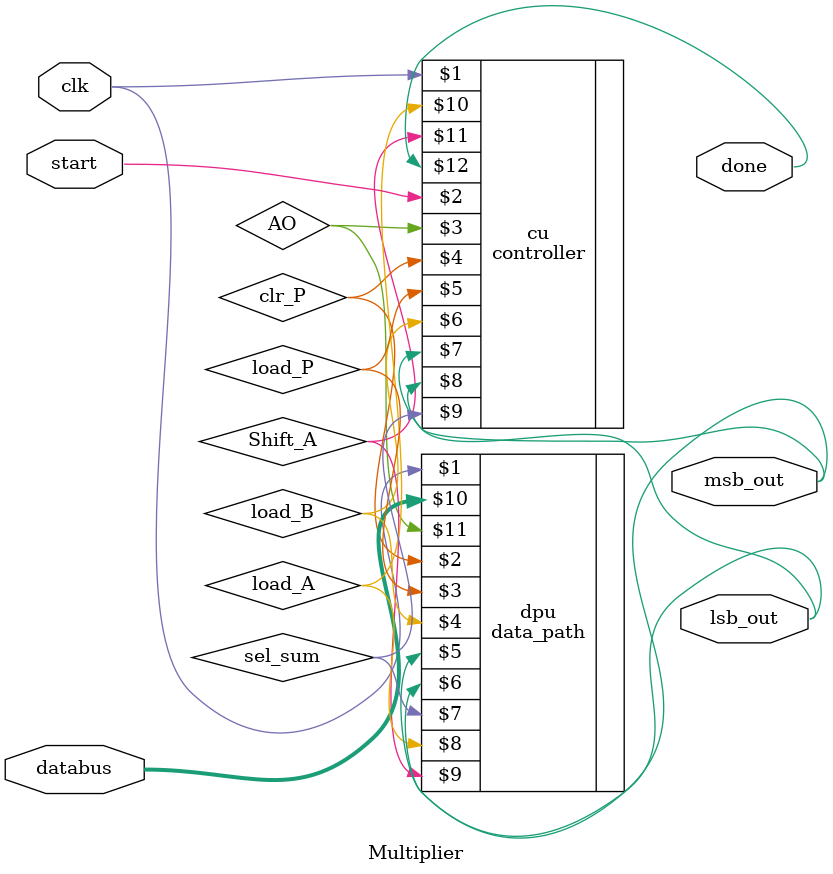
<source format=v>
`include "datapath.v"
`include "Controller.v"
module Multiplier ( 
    input clk, start,
    inout [7:0] databus,
    output lsb_out, msb_out, done );
wire clr_P, load_P, load_B, msb_out, lsb_out, sel_sum, load_A, Shift_A;
data_path dpu ( clk, clr_P, load_P, load_B,msb_out, lsb_out, sel_sum, load_A, Shift_A, databus,AO );
controller cu ( clk, start, AO, clr_P, load_P, load_B,msb_out, lsb_out, sel_sum, load_A, Shift_A, done );
endmodule
</source>
